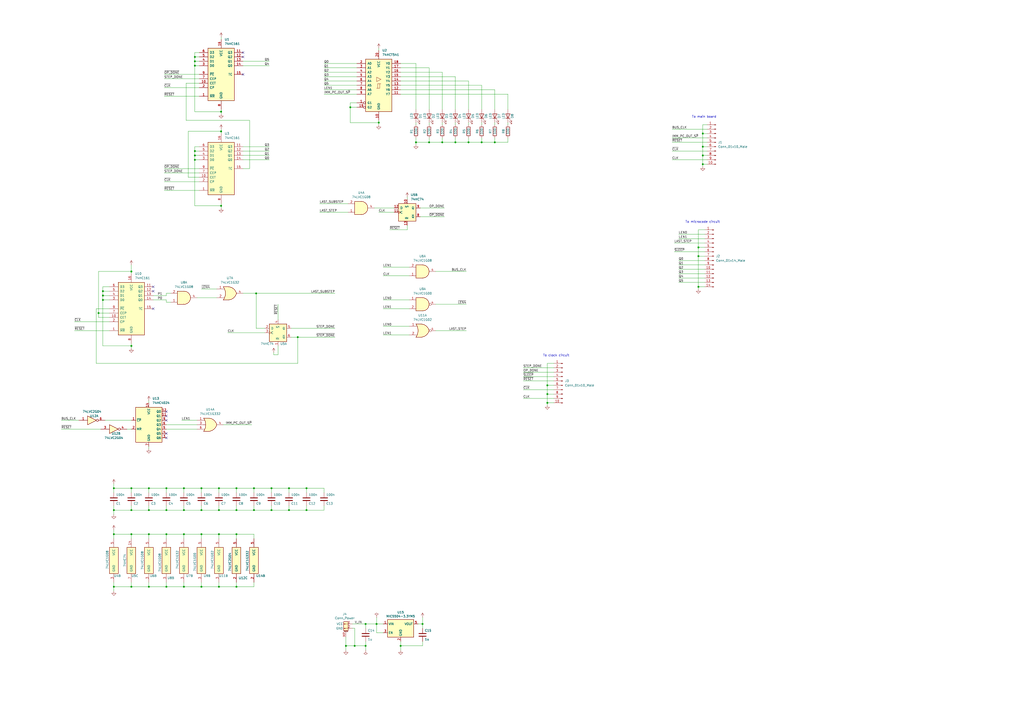
<source format=kicad_sch>
(kicad_sch (version 20211123) (generator eeschema)
  (paper "A2")
  (junction (at 128.27 64.77))
  (junction (at 287.02 82.55))
  (junction (at 157.48 295.91))
  (junction (at 116.84 295.91))
  (junction (at 212.09 361.95))
  (junction (at 407.67 85.09))
  (junction (at 271.78 82.55))
  (junction (at 317.5 233.68))
  (junction (at 137.16 340.36))
  (junction (at 116.84 309.88))
  (junction (at 127 309.88))
  (junction (at 137.16 309.88))
  (junction (at 66.04 283.21))
  (junction (at 76.2 200.66))
  (junction (at 177.8 295.91))
  (junction (at 177.8 283.21))
  (junction (at 148.59 170.18))
  (junction (at 86.36 309.88))
  (junction (at 59.69 168.91))
  (junction (at 59.69 173.99))
  (junction (at 405.13 143.51))
  (junction (at 147.32 283.21))
  (junction (at 96.52 295.91))
  (junction (at 137.16 283.21))
  (junction (at 76.2 340.36))
  (junction (at 66.04 340.36))
  (junction (at 113.03 35.56))
  (junction (at 76.2 283.21))
  (junction (at 172.72 195.58))
  (junction (at 241.3 82.55))
  (junction (at 317.5 223.52))
  (junction (at 66.04 309.88))
  (junction (at 116.84 283.21))
  (junction (at 106.68 295.91))
  (junction (at 407.67 95.25))
  (junction (at 76.2 309.88))
  (junction (at 113.03 38.1))
  (junction (at 405.13 166.37))
  (junction (at 245.11 361.95))
  (junction (at 200.66 374.65))
  (junction (at 212.09 374.65))
  (junction (at 86.36 340.36))
  (junction (at 57.15 181.61))
  (junction (at 113.03 90.17))
  (junction (at 127 295.91))
  (junction (at 128.27 119.38))
  (junction (at 405.13 148.59))
  (junction (at 279.4 82.55))
  (junction (at 76.2 157.48))
  (junction (at 157.48 283.21))
  (junction (at 167.64 295.91))
  (junction (at 96.52 340.36))
  (junction (at 407.67 77.47))
  (junction (at 137.16 295.91))
  (junction (at 219.71 71.12))
  (junction (at 86.36 283.21))
  (junction (at 106.68 283.21))
  (junction (at 106.68 340.36))
  (junction (at 116.84 340.36))
  (junction (at 76.2 295.91))
  (junction (at 128.27 76.2))
  (junction (at 96.52 283.21))
  (junction (at 147.32 295.91))
  (junction (at 218.44 361.95))
  (junction (at 113.03 92.71))
  (junction (at 232.41 374.65))
  (junction (at 256.54 82.55))
  (junction (at 264.16 82.55))
  (junction (at 248.92 82.55))
  (junction (at 66.04 295.91))
  (junction (at 203.2 62.23))
  (junction (at 127 340.36))
  (junction (at 59.69 171.45))
  (junction (at 167.64 283.21))
  (junction (at 96.52 309.88))
  (junction (at 317.5 228.6))
  (junction (at 205.74 374.65))
  (junction (at 113.03 87.63))
  (junction (at 106.68 309.88))
  (junction (at 127 283.21))
  (junction (at 407.67 90.17))
  (junction (at 86.36 295.91))
  (junction (at 113.03 33.02))
  (no_connect (at 96.52 243.84))
  (no_connect (at 96.52 241.3))
  (no_connect (at 96.52 238.76))
  (no_connect (at 96.52 254))
  (no_connect (at 96.52 251.46))
  (no_connect (at 88.9 179.07))
  (no_connect (at 88.9 166.37))
  (no_connect (at 88.9 168.91))
  (no_connect (at 140.97 30.48))
  (no_connect (at 140.97 43.18))
  (no_connect (at 140.97 33.02))
  (wire (pts (xy 203.2 62.23) (xy 203.2 71.12)))
  (wire (pts (xy 57.15 184.15) (xy 63.5 184.15)))
  (wire (pts (xy 407.67 85.09) (xy 410.21 85.09)))
  (wire (pts (xy 287.02 82.55) (xy 294.64 82.55)))
  (wire (pts (xy 66.04 295.91) (xy 66.04 293.37)))
  (wire (pts (xy 113.03 92.71) (xy 113.03 119.38)))
  (wire (pts (xy 252.73 157.48) (xy 270.51 157.48)))
  (wire (pts (xy 200.66 369.57) (xy 200.66 374.65)))
  (wire (pts (xy 177.8 283.21) (xy 177.8 285.75)))
  (wire (pts (xy 95.25 110.49) (xy 115.57 110.49)))
  (wire (pts (xy 222.25 179.07) (xy 237.49 179.07)))
  (wire (pts (xy 389.89 82.55) (xy 410.21 82.55)))
  (wire (pts (xy 107.95 48.26) (xy 107.95 69.85)))
  (wire (pts (xy 408.94 140.97) (xy 391.16 140.97)))
  (wire (pts (xy 405.13 143.51) (xy 408.94 143.51)))
  (wire (pts (xy 148.59 170.18) (xy 194.31 170.18)))
  (wire (pts (xy 66.04 280.67) (xy 66.04 283.21)))
  (wire (pts (xy 127 283.21) (xy 137.16 283.21)))
  (wire (pts (xy 207.01 59.69) (xy 203.2 59.69)))
  (wire (pts (xy 113.03 35.56) (xy 113.03 38.1)))
  (wire (pts (xy 232.41 39.37) (xy 248.92 39.37)))
  (wire (pts (xy 95.25 100.33) (xy 115.57 100.33)))
  (wire (pts (xy 271.78 71.12) (xy 271.78 72.39)))
  (wire (pts (xy 66.04 307.34) (xy 66.04 309.88)))
  (wire (pts (xy 113.03 35.56) (xy 115.57 35.56)))
  (wire (pts (xy 76.2 283.21) (xy 76.2 285.75)))
  (wire (pts (xy 248.92 82.55) (xy 256.54 82.55)))
  (wire (pts (xy 287.02 71.12) (xy 287.02 72.39)))
  (wire (pts (xy 264.16 82.55) (xy 271.78 82.55)))
  (wire (pts (xy 219.71 71.12) (xy 219.71 69.85)))
  (wire (pts (xy 405.13 148.59) (xy 405.13 143.51)))
  (wire (pts (xy 256.54 82.55) (xy 264.16 82.55)))
  (wire (pts (xy 187.96 283.21) (xy 187.96 285.75)))
  (wire (pts (xy 187.96 54.61) (xy 207.01 54.61)))
  (wire (pts (xy 245.11 361.95) (xy 242.57 361.95)))
  (wire (pts (xy 127 295.91) (xy 127 293.37)))
  (wire (pts (xy 76.2 153.67) (xy 76.2 157.48)))
  (wire (pts (xy 264.16 71.12) (xy 264.16 72.39)))
  (wire (pts (xy 287.02 63.5) (xy 287.02 52.07)))
  (wire (pts (xy 59.69 166.37) (xy 59.69 168.91)))
  (wire (pts (xy 264.16 44.45) (xy 264.16 63.5)))
  (wire (pts (xy 207.01 49.53) (xy 187.96 49.53)))
  (wire (pts (xy 245.11 374.65) (xy 232.41 374.65)))
  (wire (pts (xy 317.5 223.52) (xy 321.31 223.52)))
  (wire (pts (xy 185.42 123.19) (xy 201.93 123.19)))
  (wire (pts (xy 113.03 64.77) (xy 128.27 64.77)))
  (wire (pts (xy 287.02 80.01) (xy 287.02 82.55)))
  (wire (pts (xy 410.21 80.01) (xy 389.89 80.01)))
  (wire (pts (xy 86.36 309.88) (xy 86.36 312.42)))
  (wire (pts (xy 137.16 309.88) (xy 147.32 309.88)))
  (wire (pts (xy 59.69 173.99) (xy 59.69 200.66)))
  (wire (pts (xy 207.01 36.83) (xy 187.96 36.83)))
  (wire (pts (xy 408.94 161.29) (xy 393.7 161.29)))
  (wire (pts (xy 243.84 120.65) (xy 257.81 120.65)))
  (wire (pts (xy 232.41 49.53) (xy 279.4 49.53)))
  (wire (pts (xy 95.25 43.18) (xy 115.57 43.18)))
  (wire (pts (xy 76.2 283.21) (xy 86.36 283.21)))
  (wire (pts (xy 96.52 295.91) (xy 86.36 295.91)))
  (wire (pts (xy 96.52 337.82) (xy 96.52 340.36)))
  (wire (pts (xy 96.52 246.38) (xy 114.3 246.38)))
  (wire (pts (xy 140.97 97.79) (xy 144.78 97.79)))
  (wire (pts (xy 204.47 361.95) (xy 212.09 361.95)))
  (wire (pts (xy 86.36 295.91) (xy 86.36 293.37)))
  (wire (pts (xy 241.3 82.55) (xy 241.3 83.82)))
  (wire (pts (xy 140.97 38.1) (xy 156.21 38.1)))
  (wire (pts (xy 212.09 364.49) (xy 212.09 361.95)))
  (wire (pts (xy 222.25 189.23) (xy 237.49 189.23)))
  (wire (pts (xy 86.36 340.36) (xy 86.36 337.82)))
  (wire (pts (xy 389.89 87.63) (xy 410.21 87.63)))
  (wire (pts (xy 147.32 309.88) (xy 147.32 312.42)))
  (wire (pts (xy 35.56 248.92) (xy 58.42 248.92)))
  (wire (pts (xy 405.13 133.35) (xy 408.94 133.35)))
  (wire (pts (xy 408.94 158.75) (xy 393.7 158.75)))
  (wire (pts (xy 96.52 175.26) (xy 99.06 175.26)))
  (wire (pts (xy 106.68 309.88) (xy 116.84 309.88)))
  (wire (pts (xy 294.64 71.12) (xy 294.64 72.39)))
  (wire (pts (xy 147.32 283.21) (xy 157.48 283.21)))
  (wire (pts (xy 116.84 283.21) (xy 116.84 285.75)))
  (wire (pts (xy 148.59 190.5) (xy 153.67 190.5)))
  (wire (pts (xy 128.27 119.38) (xy 128.27 120.65)))
  (wire (pts (xy 321.31 231.14) (xy 303.53 231.14)))
  (wire (pts (xy 222.25 173.99) (xy 237.49 173.99)))
  (wire (pts (xy 248.92 71.12) (xy 248.92 72.39)))
  (wire (pts (xy 43.18 186.69) (xy 63.5 186.69)))
  (wire (pts (xy 405.13 148.59) (xy 408.94 148.59)))
  (wire (pts (xy 248.92 80.01) (xy 248.92 82.55)))
  (wire (pts (xy 106.68 295.91) (xy 106.68 293.37)))
  (wire (pts (xy 137.16 309.88) (xy 137.16 312.42)))
  (wire (pts (xy 222.25 194.31) (xy 237.49 194.31)))
  (wire (pts (xy 128.27 76.2) (xy 109.22 76.2)))
  (wire (pts (xy 140.97 85.09) (xy 156.21 85.09)))
  (wire (pts (xy 408.94 163.83) (xy 393.7 163.83)))
  (wire (pts (xy 116.84 167.64) (xy 125.73 167.64)))
  (wire (pts (xy 408.94 151.13) (xy 393.7 151.13)))
  (wire (pts (xy 137.16 283.21) (xy 137.16 285.75)))
  (wire (pts (xy 218.44 361.95) (xy 222.25 361.95)))
  (wire (pts (xy 407.67 95.25) (xy 410.21 95.25)))
  (wire (pts (xy 279.4 82.55) (xy 287.02 82.55)))
  (wire (pts (xy 271.78 46.99) (xy 271.78 63.5)))
  (wire (pts (xy 243.84 125.73) (xy 257.81 125.73)))
  (wire (pts (xy 88.9 171.45) (xy 96.52 171.45)))
  (wire (pts (xy 279.4 49.53) (xy 279.4 63.5)))
  (wire (pts (xy 219.71 123.19) (xy 228.6 123.19)))
  (wire (pts (xy 212.09 361.95) (xy 218.44 361.95)))
  (wire (pts (xy 59.69 200.66) (xy 76.2 200.66)))
  (wire (pts (xy 55.88 210.82) (xy 172.72 210.82)))
  (wire (pts (xy 95.25 97.79) (xy 115.57 97.79)))
  (wire (pts (xy 407.67 85.09) (xy 407.67 90.17)))
  (wire (pts (xy 66.04 283.21) (xy 76.2 283.21)))
  (wire (pts (xy 129.54 246.38) (xy 146.05 246.38)))
  (wire (pts (xy 232.41 46.99) (xy 271.78 46.99)))
  (wire (pts (xy 132.08 193.04) (xy 153.67 193.04)))
  (wire (pts (xy 410.21 92.71) (xy 389.89 92.71)))
  (wire (pts (xy 127 340.36) (xy 116.84 340.36)))
  (wire (pts (xy 63.5 179.07) (xy 55.88 179.07)))
  (wire (pts (xy 113.03 87.63) (xy 113.03 90.17)))
  (wire (pts (xy 127 309.88) (xy 127 312.42)))
  (wire (pts (xy 218.44 367.03) (xy 218.44 361.95)))
  (wire (pts (xy 57.15 157.48) (xy 76.2 157.48)))
  (wire (pts (xy 96.52 173.99) (xy 96.52 175.26)))
  (wire (pts (xy 245.11 358.14) (xy 245.11 361.95)))
  (wire (pts (xy 168.91 195.58) (xy 172.72 195.58)))
  (wire (pts (xy 294.64 54.61) (xy 294.64 63.5)))
  (wire (pts (xy 252.73 191.77) (xy 270.51 191.77)))
  (wire (pts (xy 172.72 195.58) (xy 194.31 195.58)))
  (wire (pts (xy 203.2 71.12) (xy 219.71 71.12)))
  (wire (pts (xy 113.03 33.02) (xy 113.03 35.56)))
  (wire (pts (xy 66.04 295.91) (xy 66.04 298.45)))
  (wire (pts (xy 140.97 35.56) (xy 156.21 35.56)))
  (wire (pts (xy 114.3 172.72) (xy 125.73 172.72)))
  (wire (pts (xy 405.13 166.37) (xy 405.13 167.64)))
  (wire (pts (xy 185.42 118.11) (xy 201.93 118.11)))
  (wire (pts (xy 217.17 120.65) (xy 228.6 120.65)))
  (wire (pts (xy 161.29 200.66) (xy 161.29 205.74)))
  (wire (pts (xy 128.27 74.93) (xy 128.27 76.2)))
  (wire (pts (xy 212.09 372.11) (xy 212.09 374.65)))
  (wire (pts (xy 405.13 143.51) (xy 405.13 133.35)))
  (wire (pts (xy 113.03 33.02) (xy 115.57 33.02)))
  (wire (pts (xy 86.36 259.08) (xy 86.36 260.35)))
  (wire (pts (xy 86.36 283.21) (xy 86.36 285.75)))
  (wire (pts (xy 157.48 283.21) (xy 167.64 283.21)))
  (wire (pts (xy 410.21 72.39) (xy 407.67 72.39)))
  (wire (pts (xy 127 340.36) (xy 127 337.82)))
  (wire (pts (xy 59.69 168.91) (xy 63.5 168.91)))
  (wire (pts (xy 407.67 77.47) (xy 410.21 77.47)))
  (wire (pts (xy 76.2 340.36) (xy 76.2 337.82)))
  (wire (pts (xy 200.66 374.65) (xy 205.74 374.65)))
  (wire (pts (xy 391.16 146.05) (xy 408.94 146.05)))
  (wire (pts (xy 86.36 340.36) (xy 76.2 340.36)))
  (wire (pts (xy 226.06 133.35) (xy 236.22 133.35)))
  (wire (pts (xy 137.16 293.37) (xy 137.16 295.91)))
  (wire (pts (xy 140.97 90.17) (xy 156.21 90.17)))
  (wire (pts (xy 107.95 69.85) (xy 144.78 69.85)))
  (wire (pts (xy 212.09 377.19) (xy 212.09 374.65)))
  (wire (pts (xy 410.21 90.17) (xy 407.67 90.17)))
  (wire (pts (xy 408.94 153.67) (xy 393.7 153.67)))
  (wire (pts (xy 140.97 92.71) (xy 156.21 92.71)))
  (wire (pts (xy 96.52 283.21) (xy 96.52 285.75)))
  (wire (pts (xy 157.48 283.21) (xy 157.48 285.75)))
  (wire (pts (xy 43.18 191.77) (xy 63.5 191.77)))
  (wire (pts (xy 106.68 309.88) (xy 106.68 312.42)))
  (wire (pts (xy 128.27 64.77) (xy 128.27 63.5)))
  (wire (pts (xy 113.03 38.1) (xy 115.57 38.1)))
  (wire (pts (xy 232.41 374.65) (xy 232.41 377.19)))
  (wire (pts (xy 113.03 38.1) (xy 113.03 64.77)))
  (wire (pts (xy 158.75 204.47) (xy 158.75 205.74)))
  (wire (pts (xy 245.11 372.11) (xy 245.11 374.65)))
  (wire (pts (xy 116.84 295.91) (xy 106.68 295.91)))
  (wire (pts (xy 157.48 295.91) (xy 147.32 295.91)))
  (wire (pts (xy 106.68 283.21) (xy 116.84 283.21)))
  (wire (pts (xy 187.96 295.91) (xy 177.8 295.91)))
  (wire (pts (xy 137.16 340.36) (xy 127 340.36)))
  (wire (pts (xy 109.22 102.87) (xy 115.57 102.87)))
  (wire (pts (xy 105.41 243.84) (xy 114.3 243.84)))
  (wire (pts (xy 140.97 170.18) (xy 148.59 170.18)))
  (wire (pts (xy 113.03 87.63) (xy 115.57 87.63)))
  (wire (pts (xy 96.52 171.45) (xy 96.52 170.18)))
  (wire (pts (xy 128.27 118.11) (xy 128.27 119.38)))
  (wire (pts (xy 128.27 119.38) (xy 113.03 119.38)))
  (wire (pts (xy 128.27 64.77) (xy 128.27 66.04)))
  (wire (pts (xy 137.16 295.91) (xy 127 295.91)))
  (wire (pts (xy 321.31 226.06) (xy 303.53 226.06)))
  (wire (pts (xy 95.25 55.88) (xy 115.57 55.88)))
  (wire (pts (xy 236.22 133.35) (xy 236.22 130.81)))
  (wire (pts (xy 106.68 340.36) (xy 106.68 337.82)))
  (wire (pts (xy 76.2 295.91) (xy 76.2 293.37)))
  (wire (pts (xy 241.3 82.55) (xy 248.92 82.55)))
  (wire (pts (xy 95.25 50.8) (xy 115.57 50.8)))
  (wire (pts (xy 96.52 340.36) (xy 86.36 340.36)))
  (wire (pts (xy 241.3 36.83) (xy 232.41 36.83)))
  (wire (pts (xy 252.73 176.53) (xy 270.51 176.53)))
  (wire (pts (xy 407.67 95.25) (xy 407.67 96.52)))
  (wire (pts (xy 408.94 166.37) (xy 405.13 166.37)))
  (wire (pts (xy 232.41 44.45) (xy 264.16 44.45)))
  (wire (pts (xy 35.56 243.84) (xy 45.72 243.84)))
  (wire (pts (xy 303.53 220.98) (xy 321.31 220.98)))
  (wire (pts (xy 144.78 69.85) (xy 144.78 97.79)))
  (wire (pts (xy 317.5 233.68) (xy 321.31 233.68)))
  (wire (pts (xy 127 309.88) (xy 137.16 309.88)))
  (wire (pts (xy 147.32 340.36) (xy 137.16 340.36)))
  (wire (pts (xy 172.72 210.82) (xy 172.72 195.58)))
  (wire (pts (xy 60.96 243.84) (xy 76.2 243.84)))
  (wire (pts (xy 241.3 80.01) (xy 241.3 82.55)))
  (wire (pts (xy 177.8 293.37) (xy 177.8 295.91)))
  (wire (pts (xy 405.13 166.37) (xy 405.13 148.59)))
  (wire (pts (xy 157.48 295.91) (xy 157.48 293.37)))
  (wire (pts (xy 116.84 309.88) (xy 116.84 312.42)))
  (wire (pts (xy 76.2 309.88) (xy 86.36 309.88)))
  (wire (pts (xy 407.67 90.17) (xy 407.67 95.25)))
  (wire (pts (xy 116.84 295.91) (xy 116.84 293.37)))
  (wire (pts (xy 137.16 283.21) (xy 147.32 283.21)))
  (wire (pts (xy 167.64 295.91) (xy 167.64 293.37)))
  (wire (pts (xy 218.44 358.14) (xy 218.44 361.95)))
  (wire (pts (xy 76.2 295.91) (xy 66.04 295.91)))
  (wire (pts (xy 86.36 309.88) (xy 96.52 309.88)))
  (wire (pts (xy 59.69 173.99) (xy 63.5 173.99)))
  (wire (pts (xy 203.2 59.69) (xy 203.2 62.23)))
  (wire (pts (xy 271.78 82.55) (xy 279.4 82.55)))
  (wire (pts (xy 232.41 54.61) (xy 294.64 54.61)))
  (wire (pts (xy 241.3 71.12) (xy 241.3 72.39)))
  (wire (pts (xy 271.78 80.01) (xy 271.78 82.55)))
  (wire (pts (xy 137.16 340.36) (xy 137.16 337.82)))
  (wire (pts (xy 222.25 367.03) (xy 218.44 367.03)))
  (wire (pts (xy 245.11 364.49) (xy 245.11 361.95)))
  (wire (pts (xy 317.5 233.68) (xy 317.5 234.95)))
  (wire (pts (xy 147.32 337.82) (xy 147.32 340.36)))
  (wire (pts (xy 57.15 184.15) (xy 57.15 181.61)))
  (wire (pts (xy 264.16 80.01) (xy 264.16 82.55)))
  (wire (pts (xy 168.91 190.5) (xy 194.31 190.5)))
  (wire (pts (xy 96.52 309.88) (xy 106.68 309.88)))
  (wire (pts (xy 167.64 283.21) (xy 177.8 283.21)))
  (wire (pts (xy 187.96 52.07) (xy 207.01 52.07)))
  (wire (pts (xy 73.66 248.92) (xy 76.2 248.92)))
  (wire (pts (xy 205.74 364.49) (xy 205.74 374.65)))
  (wire (pts (xy 66.04 309.88) (xy 76.2 309.88)))
  (wire (pts (xy 76.2 309.88) (xy 76.2 312.42)))
  (wire (pts (xy 66.04 340.36) (xy 66.04 337.82)))
  (wire (pts (xy 207.01 44.45) (xy 187.96 44.45)))
  (wire (pts (xy 256.54 71.12) (xy 256.54 72.39)))
  (wire (pts (xy 317.5 228.6) (xy 321.31 228.6)))
  (wire (pts (xy 279.4 71.12) (xy 279.4 72.39)))
  (wire (pts (xy 177.8 295.91) (xy 167.64 295.91)))
  (wire (pts (xy 63.5 166.37) (xy 59.69 166.37)))
  (wire (pts (xy 140.97 87.63) (xy 156.21 87.63)))
  (wire (pts (xy 167.64 295.91) (xy 157.48 295.91)))
  (wire (pts (xy 203.2 62.23) (xy 207.01 62.23)))
  (wire (pts (xy 59.69 168.91) (xy 59.69 171.45)))
  (wire (pts (xy 59.69 171.45) (xy 63.5 171.45)))
  (wire (pts (xy 116.84 283.21) (xy 127 283.21)))
  (wire (pts (xy 222.25 154.94) (xy 237.49 154.94)))
  (wire (pts (xy 147.32 295.91) (xy 137.16 295.91)))
  (wire (pts (xy 116.84 309.88) (xy 127 309.88)))
  (wire (pts (xy 96.52 170.18) (xy 99.06 170.18)))
  (wire (pts (xy 86.36 232.41) (xy 86.36 233.68)))
  (wire (pts (xy 207.01 46.99) (xy 187.96 46.99)))
  (wire (pts (xy 147.32 295.91) (xy 147.32 293.37)))
  (wire (pts (xy 59.69 171.45) (xy 59.69 173.99)))
  (wire (pts (xy 116.84 340.36) (xy 106.68 340.36)))
  (wire (pts (xy 127 283.21) (xy 127 285.75)))
  (wire (pts (xy 187.96 293.37) (xy 187.96 295.91)))
  (wire (pts (xy 113.03 90.17) (xy 115.57 90.17)))
  (wire (pts (xy 95.25 105.41) (xy 115.57 105.41)))
  (wire (pts (xy 248.92 39.37) (xy 248.92 63.5)))
  (wire (pts (xy 88.9 173.99) (xy 96.52 173.99)))
  (wire (pts (xy 115.57 30.48) (xy 113.03 30.48)))
  (wire (pts (xy 113.03 30.48) (xy 113.03 33.02)))
  (wire (pts (xy 127 295.91) (xy 116.84 295.91)))
  (wire (pts (xy 109.22 76.2) (xy 109.22 102.87)))
  (wire (pts (xy 317.5 228.6) (xy 317.5 233.68)))
  (wire (pts (xy 167.64 283.21) (xy 167.64 285.75)))
  (wire (pts (xy 393.7 138.43) (xy 408.94 138.43)))
  (wire (pts (xy 200.66 374.65) (xy 200.66 377.19)))
  (wire (pts (xy 128.27 76.2) (xy 128.27 77.47)))
  (wire (pts (xy 128.27 21.59) (xy 128.27 22.86)))
  (wire (pts (xy 287.02 52.07) (xy 232.41 52.07)))
  (wire (pts (xy 96.52 248.92) (xy 114.3 248.92)))
  (wire (pts (xy 55.88 179.07) (xy 55.88 210.82)))
  (wire (pts (xy 279.4 80.01) (xy 279.4 82.55)))
  (wire (pts (xy 317.5 223.52) (xy 317.5 228.6)))
  (wire (pts (xy 107.95 48.26) (xy 115.57 48.26)))
  (wire (pts (xy 147.32 283.21) (xy 147.32 285.75)))
  (wire (pts (xy 148.59 170.18) (xy 148.59 190.5)))
  (wire (pts (xy 76.2 200.66) (xy 76.2 201.93)))
  (wire (pts (xy 106.68 295.91) (xy 96.52 295.91)))
  (wire (pts (xy 207.01 41.91) (xy 187.96 41.91)))
  (wire (pts (xy 86.36 295.91) (xy 76.2 295.91)))
  (wire (pts (xy 294.64 80.01) (xy 294.64 82.55)))
  (wire (pts (xy 321.31 213.36) (xy 303.53 213.36)))
  (wire (pts (xy 66.04 312.42) (xy 66.04 309.88)))
  (wire (pts (xy 116.84 340.36) (xy 116.84 337.82)))
  (wire (pts (xy 256.54 41.91) (xy 256.54 63.5)))
  (wire (pts (xy 207.01 39.37) (xy 187.96 39.37)))
  (wire (pts (xy 219.71 27.94) (xy 219.71 29.21)))
  (wire (pts (xy 106.68 340.36) (xy 96.52 340.36)))
  (wire (pts (xy 232.41 41.91) (xy 256.54 41.91)))
  (wire (pts (xy 161.29 176.53) (xy 161.29 185.42)))
  (wire (pts (xy 113.03 90.17) (xy 113.03 92.71)))
  (wire (pts (xy 113.03 85.09) (xy 113.03 87.63)))
  (wire (pts (xy 410.21 74.93) (xy 389.89 74.93)))
  (wire (pts (xy 321.31 215.9) (xy 303.53 215.9)))
  (wire (pts (xy 95.25 45.72) (xy 115.57 45.72)))
  (wire (pts (xy 76.2 157.48) (xy 76.2 158.75)))
  (wire (pts (xy 205.74 374.65) (xy 212.09 374.65)))
  (wire (pts (xy 158.75 205.74) (xy 161.29 205.74)))
  (wire (pts (xy 317.5 210.82) (xy 317.5 223.52)))
  (wire (pts (xy 113.03 92.71) (xy 115.57 92.71)))
  (wire (pts (xy 303.53 218.44) (xy 321.31 218.44)))
  (wire (pts (xy 219.71 71.12) (xy 219.71 72.39)))
  (wire (pts (xy 256.54 80.01) (xy 256.54 82.55)))
  (wire (pts (xy 76.2 340.36) (xy 66.04 340.36)))
  (wire (pts (xy 96.52 283.21) (xy 106.68 283.21)))
  (wire (pts (xy 241.3 63.5) (xy 241.3 36.83)))
  (wire (pts (xy 66.04 340.36) (xy 66.04 342.9)))
  (wire (pts (xy 321.31 210.82) (xy 317.5 210.82)))
  (wire (pts (xy 232.41 372.11) (xy 232.41 374.65)))
  (wire (pts (xy 408.94 156.21) (xy 393.7 156.21)))
  (wire (pts (xy 393.7 135.89) (xy 408.94 135.89)))
  (wire (pts (xy 407.67 77.47) (xy 407.67 85.09)))
  (wire (pts (xy 96.52 309.88) (xy 96.52 312.42)))
  (wire (pts (xy 57.15 181.61) (xy 57.15 157.48)))
  (wire (pts (xy 222.25 160.02) (xy 237.49 160.02)))
  (wire (pts (xy 236.22 114.3) (xy 236.22 115.57)))
  (wire (pts (xy 177.8 283.21) (xy 187.96 283.21)))
  (wire (pts (xy 96.52 295.91) (xy 96.52 293.37)))
  (wire (pts (xy 86.36 283.21) (xy 96.52 283.21)))
  (wire (pts (xy 115.57 85.09) (xy 113.03 85.09)))
  (wire (pts (xy 106.68 283.21) (xy 106.68 285.75)))
  (wire (pts (xy 66.04 285.75) (xy 66.04 283.21)))
  (wire (pts (xy 204.47 364.49) (xy 205.74 364.49)))
  (wire (pts (xy 57.15 181.61) (xy 63.5 181.61)))
  (wire (pts (xy 76.2 200.66) (xy 76.2 199.39)))
  (wire (pts (xy 407.67 72.39) (xy 407.67 77.47)))
  (text "To main board" (at 401.32 68.58 0) (effects (font (size 1.27 1.27)) (justify left bottom)))
  (text "To microcode circuit" (at 397.51 129.54 0) (effects (font (size 1.27 1.27)) (justify left bottom)))
  (text "To clock circuit" (at 314.96 207.01 0) (effects (font (size 1.27 1.27)) (justify left bottom)))
  (label "IMM_PC_OUT_S~{P}" (at 187.96 54.61 0))
  (label "Q4" (at 187.96 46.99 0))
  (label "Q1" (at 393.7 153.67 0))
  (label "Q5" (at 187.96 49.53 0))
  (label "~{CLK}" (at 303.53 226.06 0))
  (label "Q1" (at 156.21 90.17 180))
  (label "LEN1" (at 222.25 194.31 0))
  (label "IMM_PC_OUT_S~{P}" (at 146.05 246.38 180))
  (label "LAST_STEP" (at 185.42 123.19 0))
  (label "CLK" (at 219.71 123.19 0))
  (label "~{OP_DONE}" (at 95.25 43.18 0))
  (label "~{RESET}" (at 95.25 110.49 0))
  (label "LEN0" (at 222.25 189.23 0))
  (label "~{CLK}" (at 389.89 87.63 0))
  (label "Q4" (at 156.21 38.1 180))
  (label "Q0" (at 393.7 151.13 0))
  (label "Q3" (at 393.7 158.75 0))
  (label "~{LEN4}" (at 270.51 176.53 180))
  (label "BUS_CLK" (at 389.89 74.93 0))
  (label "~{RESET}" (at 226.06 133.35 0))
  (label "~{RESET}" (at 43.18 191.77 0))
  (label "STEP_DONE" (at 95.25 45.72 0))
  (label "CLK" (at 222.25 160.02 0))
  (label "P1" (at 91.44 171.45 0))
  (label "LAST_SUBSTEP" (at 185.42 118.11 0))
  (label "STEP_DONE" (at 303.53 213.36 0))
  (label "LEN1" (at 222.25 179.07 0))
  (label "BUS_CLK" (at 35.56 243.84 0))
  (label "~{RESET}" (at 35.56 248.92 0))
  (label "Q3" (at 187.96 44.45 0))
  (label "Q3" (at 156.21 85.09 180))
  (label "CLK" (at 132.08 193.04 0))
  (label "~{SLEEP}" (at 391.16 146.05 0))
  (label "~{RESET}" (at 95.25 55.88 0))
  (label "OP_DONE" (at 257.81 120.65 180))
  (label "Q5" (at 393.7 163.83 0))
  (label "Q2" (at 393.7 156.21 0))
  (label "LEN1" (at 222.25 154.94 0))
  (label "LEN1" (at 105.41 243.84 0))
  (label "LEN1" (at 393.7 138.43 0))
  (label "BUS_CLK" (at 270.51 157.48 180))
  (label "~{SLEEP}" (at 303.53 218.44 0))
  (label "~{OP_DONE}" (at 257.81 125.73 180))
  (label "IMM_PC_OUT_S~{P}" (at 389.89 80.01 0))
  (label "Q1" (at 187.96 39.37 0))
  (label "CLK" (at 389.89 92.71 0))
  (label "LAST_SUBSTEP" (at 194.31 170.18 180))
  (label "STEP_DONE" (at 95.25 100.33 0))
  (label "P0" (at 91.44 173.99 0))
  (label "Q4" (at 393.7 161.29 0))
  (label "~{OP_DONE}" (at 95.25 97.79 0))
  (label "LAST_STEP" (at 270.51 191.77 180))
  (label "LEN0" (at 222.25 173.99 0))
  (label "Q2" (at 156.21 87.63 180))
  (label "Q5" (at 156.21 35.56 180))
  (label "~{CLK}" (at 43.18 186.69 0))
  (label "~{STEP_DONE}" (at 194.31 195.58 180))
  (label "Q0" (at 187.96 36.83 0))
  (label "~{RESET}" (at 303.53 220.98 0))
  (label "OP_DONE" (at 303.53 215.9 0))
  (label "LEN1" (at 187.96 52.07 0))
  (label "~{RESET}" (at 161.29 176.53 270))
  (label "LEN0" (at 393.7 135.89 0))
  (label "Q0" (at 156.21 92.71 180))
  (label "CLK" (at 303.53 231.14 0))
  (label "STEP_DONE" (at 194.31 190.5 180))
  (label "~{RESET}" (at 389.89 82.55 0))
  (label "~{CLK}" (at 95.25 50.8 0))
  (label "LAST_STEP" (at 391.16 140.97 0))
  (label "~{CLK}" (at 95.25 105.41 0))
  (label "V_IN" (at 205.74 361.95 0))
  (label "Q2" (at 187.96 41.91 0))
  (label "~{LEN4}" (at 116.84 167.64 0))
  (symbol (lib_id "Device:C") (at 116.84 289.56 0) (unit 1)
    (property "Reference" "C6" (at 118.11 292.1 0) (effects (justify left)))
    (property "Value" "100n" (at 118.11 287.02 0) (effects (justify left)))
    (property "Footprint" "Capacitor_SMD:C_0805_2012Metric_Pad1.18x1.45mm_HandSolder" (effects hide))
  )
  (symbol (lib_id "power:GND") (at 66.04 298.45 0) (unit 1)
    (property "Reference" "#PWR018" (effects hide))
    (property "Value" "GND" (effects hide))
  )
  (symbol (lib_id "Device:C") (at 106.68 289.56 0) (unit 1)
    (property "Reference" "C5" (at 107.95 292.1 0) (effects (justify left)))
    (property "Value" "100n" (at 107.95 287.02 0) (effects (justify left)))
    (property "Footprint" "Capacitor_SMD:C_0805_2012Metric_Pad1.18x1.45mm_HandSolder" (effects hide))
  )
  (symbol (lib_id "riscv-serial:74LVC1G08") (at 86.36 325.12 0) (unit 2)
    (property "Reference" "U6" (at 88.9 334.01 0))
    (property "Value" "74LVC1G08" (at 82.55 325.12 90))
    (property "Footprint" "Package_TO_SOT_SMD:SOT-23-5_HandSoldering" (effects hide))
  )
  (symbol (lib_id "riscv-serial:74HC161") (at 128.27 43.18 0) (unit 1)
    (property "Reference" "U1" (at 130.2894 22.86 0) (effects (justify left)))
    (property "Value" "74HC161" (at 130.2894 25.4 0) (effects (justify left)))
    (property "Footprint" "Package_SO:SOIC-16_3.9x9.9mm_P1.27mm" (effects hide))
  )
  (symbol (lib_id "Device:R") (at 248.92 76.2 0) (unit 1)
    (property "Reference" "R2" (at 246.38 76.2 90))
    (property "Value" "330" (at 248.92 76.2 90))
    (property "Footprint" "Resistor_SMD:R_0805_2012Metric_Pad1.20x1.40mm_HandSolder" (effects hide))
  )
  (symbol (lib_id "Device:R") (at 264.16 76.2 0) (unit 1)
    (property "Reference" "R4" (at 261.62 76.2 90))
    (property "Value" "330" (at 264.16 76.2 90))
    (property "Footprint" "Resistor_SMD:R_0805_2012Metric_Pad1.20x1.40mm_HandSolder" (effects hide))
  )
  (symbol (lib_id "Device:C") (at 127 289.56 0) (unit 1)
    (property "Reference" "C7" (at 128.27 292.1 0) (effects (justify left)))
    (property "Value" "100n" (at 128.27 287.02 0) (effects (justify left)))
    (property "Footprint" "Capacitor_SMD:C_0805_2012Metric_Pad1.18x1.45mm_HandSolder" (effects hide))
  )
  (symbol (lib_id "Device:C") (at 245.11 368.3 0) (unit 1)
    (property "Reference" "C15" (at 246.38 365.76 0) (effects (justify left)))
    (property "Value" "1u" (at 246.38 370.84 0) (effects (justify left)))
    (property "Footprint" "Capacitor_SMD:C_0805_2012Metric_Pad1.18x1.45mm_HandSolder" (effects hide))
  )
  (symbol (lib_id "riscv-serial:74LVC2G04") (at 53.34 243.84 0) (unit 1)
    (property "Reference" "U12" (at 54.61 241.3 0))
    (property "Value" "74LVC2G04" (at 53.34 238.76 0))
    (property "Footprint" "Package_TO_SOT_SMD:SOT-23-6_Handsoldering" (effects hide))
  )
  (symbol (lib_id "power:GND") (at 66.04 342.9 0) (unit 1)
    (property "Reference" "#PWR020" (effects hide))
    (property "Value" "GND" (effects hide))
  )
  (symbol (lib_id "Device:C") (at 187.96 289.56 0) (unit 1)
    (property "Reference" "C13" (at 189.23 292.1 0) (effects (justify left)))
    (property "Value" "100n" (at 189.23 287.02 0) (effects (justify left)))
    (property "Footprint" "Capacitor_SMD:C_0805_2012Metric_Pad1.18x1.45mm_HandSolder" (effects hide))
  )
  (symbol (lib_id "riscv-serial:74HC74") (at 236.22 123.19 0) (unit 2)
    (property "Reference" "U5" (at 238.2394 113.03 0) (effects (justify left)))
    (property "Value" "74HC74" (at 238.2394 115.57 0) (effects (justify left)))
    (property "Footprint" "Package_SO:SOIC-14_3.9x8.7mm_P1.27mm" (effects hide))
  )
  (symbol (lib_id "riscv-serial:Conn_Power") (at 200.66 363.22 0) (unit 1)
    (property "Reference" "J4" (at 199.9742 356.235 0))
    (property "Value" "Conn_Power" (at 199.9742 358.5464 0))
    (property "Footprint" "Connector_JST:JST_PH_S2B-PH-SM4-TB_1x02-1MP_P2.00mm_Horizontal" (effects hide))
  )
  (symbol (lib_id "power:VCC") (at 236.22 114.3 0) (unit 1)
    (property "Reference" "#PWR08" (effects hide))
    (property "Value" "VCC" (effects hide))
  )
  (symbol (lib_id "riscv-serial:74HC74") (at 161.29 193.04 0) (unit 1)
    (property "Reference" "U5" (at 162.56 199.39 0) (effects (justify left)))
    (property "Value" "74HC74" (at 151.13 199.39 0) (effects (justify left)))
    (property "Footprint" "Package_SO:SOIC-14_3.9x8.7mm_P1.27mm" (effects hide))
  )
  (symbol (lib_id "power:GND") (at 317.5 234.95 0) (unit 1)
    (property "Reference" "#PWR015" (effects hide))
    (property "Value" "GND" (effects hide))
  )
  (symbol (lib_id "Device:LED") (at 248.92 67.31 90) (unit 1)
    (property "Reference" "D2" (at 251.46 67.31 0))
    (property "Value" "LED" (at 246.38 67.31 0))
    (property "Footprint" "LED_SMD:LED_0805_2012Metric_Pad1.15x1.40mm_HandSolder" (effects hide))
  )
  (symbol (lib_id "Device:R") (at 271.78 76.2 0) (unit 1)
    (property "Reference" "R5" (at 269.24 76.2 90))
    (property "Value" "330" (at 271.78 76.2 90))
    (property "Footprint" "Resistor_SMD:R_0805_2012Metric_Pad1.20x1.40mm_HandSolder" (effects hide))
  )
  (symbol (lib_id "power:PWR_FLAG") (at 218.44 358.14 0) (unit 1)
    (property "Reference" "#FLG01" (effects hide))
    (property "Value" "PWR_FLAG" (effects hide))
  )
  (symbol (lib_id "Device:C") (at 76.2 289.56 0) (unit 1)
    (property "Reference" "C2" (at 77.47 292.1 0) (effects (justify left)))
    (property "Value" "100n" (at 77.47 287.02 0) (effects (justify left)))
    (property "Footprint" "Capacitor_SMD:C_0805_2012Metric_Pad1.18x1.45mm_HandSolder" (effects hide))
  )
  (symbol (lib_id "Device:LED") (at 287.02 67.31 90) (unit 1)
    (property "Reference" "D7" (at 289.56 67.31 0))
    (property "Value" "LED" (at 284.48 67.31 0))
    (property "Footprint" "LED_SMD:LED_0805_2012Metric_Pad1.15x1.40mm_HandSolder" (effects hide))
  )
  (symbol (lib_id "riscv-serial:74HC161") (at 76.2 179.07 0) (unit 1)
    (property "Reference" "U10" (at 78.2194 158.75 0) (effects (justify left)))
    (property "Value" "74HC161" (at 78.2194 161.29 0) (effects (justify left)))
    (property "Footprint" "Package_SO:SOIC-16_3.9x9.9mm_P1.27mm" (effects hide))
  )
  (symbol (lib_id "Device:LED") (at 264.16 67.31 90) (unit 1)
    (property "Reference" "D4" (at 266.7 67.31 0))
    (property "Value" "LED" (at 261.62 67.31 0))
    (property "Footprint" "LED_SMD:LED_0805_2012Metric_Pad1.15x1.40mm_HandSolder" (effects hide))
  )
  (symbol (lib_id "Device:C") (at 212.09 368.3 0) (unit 1)
    (property "Reference" "C14" (at 213.36 365.76 0) (effects (justify left)))
    (property "Value" "1u" (at 213.36 370.84 0) (effects (justify left)))
    (property "Footprint" "Capacitor_SMD:C_0805_2012Metric_Pad1.18x1.45mm_HandSolder" (effects hide))
  )
  (symbol (lib_id "Device:R") (at 279.4 76.2 0) (unit 1)
    (property "Reference" "R6" (at 276.86 76.2 90))
    (property "Value" "330" (at 279.4 76.2 90))
    (property "Footprint" "Resistor_SMD:R_0805_2012Metric_Pad1.20x1.40mm_HandSolder" (effects hide))
  )
  (symbol (lib_id "power:VCC") (at 219.71 27.94 0) (unit 1)
    (property "Reference" "#PWR02" (effects hide))
    (property "Value" "VCC" (effects hide))
  )
  (symbol (lib_id "riscv-serial:74LVC1G00") (at 116.84 325.12 0) (unit 2)
    (property "Reference" "U9" (at 118.11 334.01 0) (effects (justify left)))
    (property "Value" "74LVC1G00" (at 113.03 331.47 90) (effects (justify left)))
    (property "Footprint" "Package_TO_SOT_SMD:SOT-23-5_HandSoldering" (effects hide))
  )
  (symbol (lib_id "power:VCC") (at 128.27 74.93 0) (unit 1)
    (property "Reference" "#PWR05" (effects hide))
    (property "Value" "VCC" (effects hide))
  )
  (symbol (lib_id "riscv-serial:74HC4024") (at 86.36 246.38 0) (unit 1)
    (property "Reference" "U13" (at 88.3794 231.14 0) (effects (justify left)))
    (property "Value" "74HC4024" (at 88.3794 233.68 0) (effects (justify left)))
    (property "Footprint" "Package_SO:SOIC-14_3.9x8.7mm_P1.27mm" (effects hide))
    (property "Datasheet" "https://assets.nexperia.com/documents/data-sheet/74HC4024.pdf" (effects hide))
  )
  (symbol (lib_id "riscv-serial:74LVC1G08") (at 209.55 120.65 0) (mirror x) (unit 1)
    (property "Reference" "U4" (at 209.55 111.76 0))
    (property "Value" "74LVC1G08" (at 209.55 114.3 0))
    (property "Footprint" "Package_TO_SOT_SMD:SOT-23-5_HandSoldering" (effects hide))
  )
  (symbol (lib_id "Connector:Conn_01x10_Male") (at 326.39 220.98 0) (mirror y) (unit 1)
    (property "Reference" "J3" (at 327.66 220.9799 0) (effects (justify right)))
    (property "Value" "Conn_01x10_Male" (at 327.66 223.5199 0) (effects (justify right)))
    (property "Footprint" "Connector_IDC:IDC-Header_2x05_P2.54mm_Vertical" (effects hide))
  )
  (symbol (lib_id "Device:R") (at 241.3 76.2 0) (unit 1)
    (property "Reference" "R1" (at 238.76 76.2 90))
    (property "Value" "330" (at 241.3 76.2 90))
    (property "Footprint" "Resistor_SMD:R_0805_2012Metric_Pad1.20x1.40mm_HandSolder" (effects hide))
  )
  (symbol (lib_id "riscv-serial:74LVC1G02") (at 127 325.12 0) (unit 2)
    (property "Reference" "U11" (at 127 334.01 0) (effects (justify left)))
    (property "Value" "74LVC1G02" (at 123.19 330.2 90) (effects (justify left)))
    (property "Footprint" "Package_TO_SOT_SMD:SOT-23-5_HandSoldering" (effects hide))
  )
  (symbol (lib_id "power:PWR_FLAG") (at 212.09 377.19 180) (unit 1)
    (property "Reference" "#FLG02" (effects hide))
    (property "Value" "PWR_FLAG" (effects hide))
  )
  (symbol (lib_id "riscv-serial:74HC74") (at 76.2 325.12 0) (unit 3)
    (property "Reference" "U5" (at 76.2 334.01 0) (effects (justify left)))
    (property "Value" "74HC74" (at 72.39 328.93 90) (effects (justify left)))
    (property "Footprint" "Package_SO:SOIC-14_3.9x8.7mm_P1.27mm" (effects hide))
  )
  (symbol (lib_id "Device:LED") (at 279.4 67.31 90) (unit 1)
    (property "Reference" "D6" (at 281.94 67.31 0))
    (property "Value" "LED" (at 276.86 67.31 0))
    (property "Footprint" "LED_SMD:LED_0805_2012Metric_Pad1.15x1.40mm_HandSolder" (effects hide))
  )
  (symbol (lib_id "Device:C") (at 167.64 289.56 0) (unit 1)
    (property "Reference" "C11" (at 168.91 292.1 0) (effects (justify left)))
    (property "Value" "100n" (at 168.91 287.02 0) (effects (justify left)))
    (property "Footprint" "Capacitor_SMD:C_0805_2012Metric_Pad1.18x1.45mm_HandSolder" (effects hide))
  )
  (symbol (lib_id "Connector:Conn_01x14_Male") (at 414.02 148.59 0) (mirror y) (unit 1)
    (property "Reference" "J2" (at 415.29 148.5899 0) (effects (justify right)))
    (property "Value" "Conn_01x14_Male" (at 415.29 151.1299 0) (effects (justify right)))
    (property "Footprint" "Connector_IDC:IDC-Header_2x07_P2.54mm_Vertical" (effects hide))
  )
  (symbol (lib_id "Device:LED") (at 256.54 67.31 90) (unit 1)
    (property "Reference" "D3" (at 259.08 67.31 0))
    (property "Value" "LED" (at 254 67.31 0))
    (property "Footprint" "LED_SMD:LED_0805_2012Metric_Pad1.15x1.40mm_HandSolder" (effects hide))
  )
  (symbol (lib_id "Device:C") (at 96.52 289.56 0) (unit 1)
    (property "Reference" "C4" (at 97.79 292.1 0) (effects (justify left)))
    (property "Value" "100n" (at 97.79 287.02 0) (effects (justify left)))
    (property "Footprint" "Capacitor_SMD:C_0805_2012Metric_Pad1.18x1.45mm_HandSolder" (effects hide))
  )
  (symbol (lib_id "power:GND") (at 219.71 72.39 0) (unit 1)
    (property "Reference" "#PWR04" (effects hide))
    (property "Value" "GND" (effects hide))
  )
  (symbol (lib_id "Device:R") (at 294.64 76.2 0) (unit 1)
    (property "Reference" "R8" (at 292.1 76.2 90))
    (property "Value" "330" (at 294.64 76.2 90))
    (property "Footprint" "Resistor_SMD:R_0805_2012Metric_Pad1.20x1.40mm_HandSolder" (effects hide))
  )
  (symbol (lib_id "riscv-serial:74LVC2G04") (at 137.16 325.12 0) (unit 3)
    (property "Reference" "U12" (at 138.43 335.28 0) (effects (justify left)))
    (property "Value" "74LVC2G04" (at 133.35 331.47 90) (effects (justify left)))
    (property "Footprint" "Package_TO_SOT_SMD:SOT-23-6_Handsoldering" (effects hide))
  )
  (symbol (lib_id "Device:R") (at 287.02 76.2 0) (unit 1)
    (property "Reference" "R7" (at 284.48 76.2 90))
    (property "Value" "330" (at 287.02 76.2 90))
    (property "Footprint" "Resistor_SMD:R_0805_2012Metric_Pad1.20x1.40mm_HandSolder" (effects hide))
  )
  (symbol (lib_id "power:GND") (at 76.2 201.93 0) (unit 1)
    (property "Reference" "#PWR012" (effects hide))
    (property "Value" "GND" (effects hide))
  )
  (symbol (lib_id "Device:C") (at 147.32 289.56 0) (unit 1)
    (property "Reference" "C9" (at 148.59 292.1 0) (effects (justify left)))
    (property "Value" "100n" (at 148.59 287.02 0) (effects (justify left)))
    (property "Footprint" "Capacitor_SMD:C_0805_2012Metric_Pad1.18x1.45mm_HandSolder" (effects hide))
  )
  (symbol (lib_id "Device:C") (at 86.36 289.56 0) (unit 1)
    (property "Reference" "C3" (at 87.63 292.1 0) (effects (justify left)))
    (property "Value" "100n" (at 87.63 287.02 0) (effects (justify left)))
    (property "Footprint" "Capacitor_SMD:C_0805_2012Metric_Pad1.18x1.45mm_HandSolder" (effects hide))
  )
  (symbol (lib_id "Device:R") (at 256.54 76.2 0) (unit 1)
    (property "Reference" "R3" (at 254 76.2 90))
    (property "Value" "330" (at 256.54 76.2 90))
    (property "Footprint" "Resistor_SMD:R_0805_2012Metric_Pad1.20x1.40mm_HandSolder" (effects hide))
  )
  (symbol (lib_id "riscv-serial:74LVC1G08") (at 96.52 325.12 0) (unit 2)
    (property "Reference" "U8" (at 99.06 335.28 0))
    (property "Value" "74LVC1G08" (at 92.71 326.39 90))
    (property "Footprint" "Package_TO_SOT_SMD:SOT-23-5_HandSoldering" (effects hide))
  )
  (symbol (lib_id "power:GND") (at 128.27 66.04 0) (unit 1)
    (property "Reference" "#PWR03" (effects hide))
    (property "Value" "GND" (effects hide))
  )
  (symbol (lib_id "power:GND") (at 86.36 260.35 0) (unit 1)
    (property "Reference" "#PWR016" (effects hide))
    (property "Value" "GND" (effects hide))
  )
  (symbol (lib_id "riscv-serial:74LVC1G32") (at 106.68 325.12 0) (unit 2)
    (property "Reference" "U7" (at 107.95 334.01 0) (effects (justify left)))
    (property "Value" "74LVC1G32" (at 102.87 330.2 90) (effects (justify left)))
    (property "Footprint" "Package_TO_SOT_SMD:SOT-23-5_HandSoldering" (effects hide))
  )
  (symbol (lib_id "riscv-serial:74HCT541") (at 219.71 49.53 0) (unit 1)
    (property "Reference" "U2" (at 221.7294 29.21 0) (effects (justify left)))
    (property "Value" "74HCT541" (at 221.7294 31.75 0) (effects (justify left)))
    (property "Footprint" "Package_SO:TSSOP-20_4.4x6.5mm_P0.65mm" (effects hide))
    (property "Datasheet" "http://www.ti.com/lit/gpn/sn74HCT541" (effects hide))
  )
  (symbol (lib_id "Device:C") (at 66.04 289.56 0) (unit 1)
    (property "Reference" "C1" (at 67.31 292.1 0) (effects (justify left)))
    (property "Value" "100n" (at 67.31 287.02 0) (effects (justify left)))
    (property "Footprint" "Capacitor_SMD:C_0805_2012Metric_Pad1.18x1.45mm_HandSolder" (effects hide))
  )
  (symbol (lib_id "Device:LED") (at 271.78 67.31 90) (unit 1)
    (property "Reference" "D5" (at 274.32 67.31 0))
    (property "Value" "LED" (at 269.24 67.31 0))
    (property "Footprint" "LED_SMD:LED_0805_2012Metric_Pad1.15x1.40mm_HandSolder" (effects hide))
  )
  (symbol (lib_id "power:GND") (at 241.3 83.82 0) (unit 1)
    (property "Reference" "#PWR06" (effects hide))
    (property "Value" "GND" (effects hide))
  )
  (symbol (lib_id "riscv-serial:74LVC1G02") (at 245.11 191.77 0) (unit 1)
    (property "Reference" "U11" (at 245.11 182.88 0))
    (property "Value" "74LVC1G02" (at 245.11 185.42 0))
    (property "Footprint" "Package_TO_SOT_SMD:SOT-23-5_HandSoldering" (effects hide))
  )
  (symbol (lib_id "Regulator_Linear:MIC5504-3.3YM5") (at 232.41 364.49 0) (unit 1)
    (property "Reference" "U15" (at 232.41 355.1682 0))
    (property "Value" "MIC5504-3.3YM5" (at 232.41 357.4796 0))
    (property "Footprint" "Package_TO_SOT_SMD:SOT-23-5" (effects hide))
    (property "Datasheet" "http://ww1.microchip.com/downloads/en/DeviceDoc/MIC550X.pdf" (effects hide))
  )
  (symbol (lib_id "power:VCC") (at 86.36 232.41 0) (unit 1)
    (property "Reference" "#PWR014" (effects hide))
    (property "Value" "VCC" (effects hide))
  )
  (symbol (lib_id "power:GND") (at 128.27 120.65 0) (unit 1)
    (property "Reference" "#PWR09" (effects hide))
    (property "Value" "GND" (effects hide))
  )
  (symbol (lib_id "riscv-serial:74LVC2G04") (at 66.04 248.92 0) (unit 2)
    (property "Reference" "U12" (at 67.31 251.46 0))
    (property "Value" "74LVC2G04" (at 66.04 254 0))
    (property "Footprint" "Package_TO_SOT_SMD:SOT-23-6_Handsoldering" (effects hide))
  )
  (symbol (lib_id "riscv-serial:74LVC1G332") (at 121.92 246.38 0) (unit 1)
    (property "Reference" "U14" (at 121.92 237.49 0))
    (property "Value" "74LVC1G332" (at 121.92 240.03 0))
    (property "Footprint" "Package_TO_SOT_SMD:SOT-23-6_Handsoldering" (effects hide))
  )
  (symbol (lib_id "power:VCC") (at 66.04 280.67 0) (unit 1)
    (property "Reference" "#PWR017" (effects hide))
    (property "Value" "VCC" (effects hide))
  )
  (symbol (lib_id "power:VCC") (at 245.11 358.14 0) (unit 1)
    (property "Reference" "#PWR021" (effects hide))
    (property "Value" "VCC" (effects hide))
  )
  (symbol (lib_id "riscv-serial:74HC161") (at 128.27 97.79 0) (unit 1)
    (property "Reference" "U3" (at 130.2894 77.47 0) (effects (justify left)))
    (property "Value" "74HC161" (at 130.2894 80.01 0) (effects (justify left)))
    (property "Footprint" "Package_SO:SOIC-16_3.9x9.9mm_P1.27mm" (effects hide))
  )
  (symbol (lib_id "Device:LED") (at 241.3 67.31 90) (unit 1)
    (property "Reference" "D1" (at 243.84 67.31 0))
    (property "Value" "LED" (at 238.76 67.31 0))
    (property "Footprint" "LED_SMD:LED_0805_2012Metric_Pad1.15x1.40mm_HandSolder" (effects hide))
  )
  (symbol (lib_id "power:GND") (at 407.67 96.52 0) (unit 1)
    (property "Reference" "#PWR07" (effects hide))
    (property "Value" "GND" (effects hide))
  )
  (symbol (lib_id "power:VCC") (at 66.04 307.34 0) (unit 1)
    (property "Reference" "#PWR019" (effects hide))
    (property "Value" "VCC" (effects hide))
  )
  (symbol (lib_id "riscv-serial:74LVC1G332") (at 147.32 325.12 0) (unit 2)
    (property "Reference" "U14" (at 148.59 334.01 0) (effects (justify left)))
    (property "Value" "74LVC1G332" (at 143.51 331.47 90) (effects (justify left)))
    (property "Footprint" "Package_TO_SOT_SMD:SOT-23-6_Handsoldering" (effects hide))
  )
  (symbol (lib_id "power:GND") (at 405.13 167.64 0) (unit 1)
    (property "Reference" "#PWR011" (effects hide))
    (property "Value" "GND" (effects hide))
  )
  (symbol (lib_id "Device:C") (at 177.8 289.56 0) (unit 1)
    (property "Reference" "C12" (at 179.07 292.1 0) (effects (justify left)))
    (property "Value" "100n" (at 179.07 287.02 0) (effects (justify left)))
    (property "Footprint" "Capacitor_SMD:C_0805_2012Metric_Pad1.18x1.45mm_HandSolder" (effects hide))
  )
  (symbol (lib_id "riscv-serial:74LVC1G00") (at 245.11 176.53 0) (unit 1)
    (property "Reference" "U9" (at 245.11 167.64 0))
    (property "Value" "74LVC1G00" (at 245.11 170.18 0))
    (property "Footprint" "Package_TO_SOT_SMD:SOT-23-5_HandSoldering" (effects hide))
  )
  (symbol (lib_id "power:GND") (at 200.66 377.19 0) (unit 1)
    (property "Reference" "#PWR022" (effects hide))
    (property "Value" "GND" (effects hide))
  )
  (symbol (lib_id "power:VCC") (at 76.2 153.67 0) (unit 1)
    (property "Reference" "#PWR010" (effects hide))
    (property "Value" "VCC" (effects hide))
  )
  (symbol (lib_id "riscv-serial:74LVC1G08") (at 245.11 157.48 0) (mirror x) (unit 1)
    (property "Reference" "U6" (at 245.11 148.59 0))
    (property "Value" "74LVC1G08" (at 245.11 151.13 0))
    (property "Footprint" "Package_TO_SOT_SMD:SOT-23-5_HandSoldering" (effects hide))
  )
  (symbol (lib_id "riscv-serial:74LVC1G32") (at 133.35 170.18 0) (unit 1)
    (property "Reference" "U7" (at 133.35 161.29 0))
    (property "Value" "74LVC1G32" (at 133.35 163.83 0))
    (property "Footprint" "Package_TO_SOT_SMD:SOT-23-5_HandSoldering" (effects hide))
  )
  (symbol (lib_id "Device:LED") (at 294.64 67.31 90) (unit 1)
    (property "Reference" "D8" (at 297.18 67.31 0))
    (property "Value" "LED" (at 292.1 67.31 0))
    (property "Footprint" "LED_SMD:LED_0805_2012Metric_Pad1.15x1.40mm_HandSolder" (effects hide))
  )
  (symbol (lib_id "power:VCC") (at 128.27 21.59 0) (unit 1)
    (property "Reference" "#PWR01" (effects hide))
    (property "Value" "VCC" (effects hide))
  )
  (symbol (lib_id "Connector:Conn_01x10_Male") (at 415.29 82.55 0) (mirror y) (unit 1)
    (property "Reference" "J1" (at 416.56 82.5499 0) (effects (justify right)))
    (property "Value" "Conn_01x10_Male" (at 416.56 85.0899 0) (effects (justify right)))
    (property "Footprint" "Connector_IDC:IDC-Header_2x05_P2.54mm_Vertical" (effects hide))
  )
  (symbol (lib_id "riscv-serial:74LVC1G08") (at 66.04 325.12 0) (unit 2)
    (property "Reference" "U4" (at 66.04 334.01 0) (effects (justify left)))
    (property "Value" "74LVC1G08" (at 62.23 330.2 90) (effects (justify left)))
    (property "Footprint" "Package_TO_SOT_SMD:SOT-23-5_HandSoldering" (effects hide))
  )
  (symbol (lib_id "power:VCC") (at 158.75 204.47 0) (unit 1)
    (property "Reference" "#PWR013" (effects hide))
    (property "Value" "VCC" (effects hide))
  )
  (symbol (lib_id "Device:C") (at 157.48 289.56 0) (unit 1)
    (property "Reference" "C10" (at 158.75 292.1 0) (effects (justify left)))
    (property "Value" "100n" (at 158.75 287.02 0) (effects (justify left)))
    (property "Footprint" "Capacitor_SMD:C_0805_2012Metric_Pad1.18x1.45mm_HandSolder" (effects hide))
  )
  (symbol (lib_id "riscv-serial:74LVC1G08") (at 106.68 172.72 0) (mirror x) (unit 1)
    (property "Reference" "U8" (at 106.68 163.83 0))
    (property "Value" "74LVC1G08" (at 106.68 166.37 0))
    (property "Footprint" "Package_TO_SOT_SMD:SOT-23-5_HandSoldering" (effects hide))
  )
  (symbol (lib_id "power:GND") (at 232.41 377.19 0) (unit 1)
    (property "Reference" "#PWR023" (effects hide))
    (property "Value" "GND" (effects hide))
  )
  (symbol (lib_id "Device:C") (at 137.16 289.56 0) (unit 1)
    (property "Reference" "C8" (at 138.43 292.1 0) (effects (justify left)))
    (property "Value" "100n" (at 138.43 287.02 0) (effects (justify left)))
    (property "Footprint" "Capacitor_SMD:C_0805_2012Metric_Pad1.18x1.45mm_HandSolder" (effects hide))
  )
)
</source>
